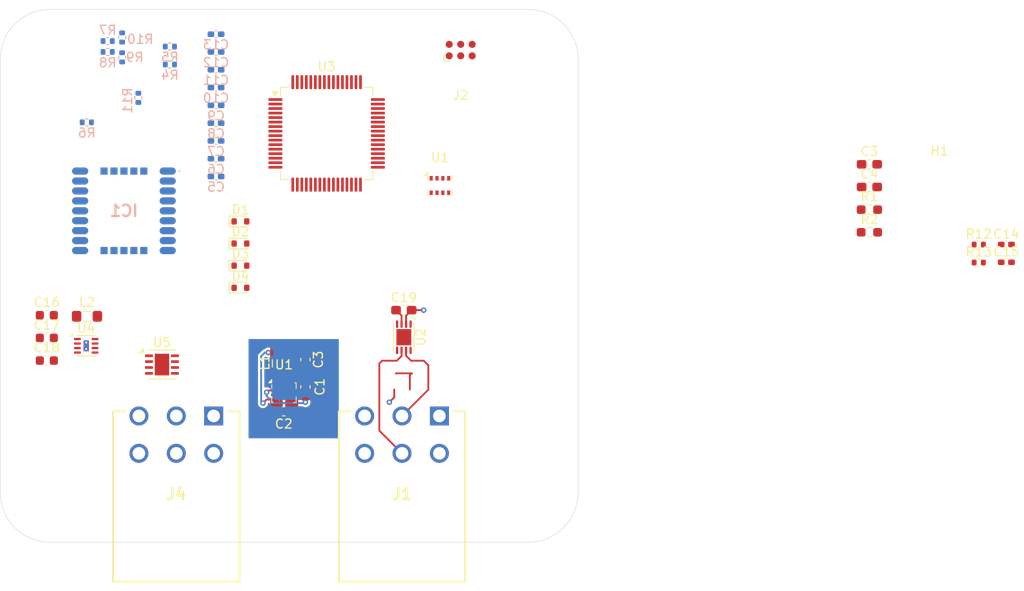
<source format=kicad_pcb>
(kicad_pcb (version 20241229) (generator "pcbnew") (generator_version "9.0")
  (layers (0 "F.Cu" signal) (2 "B.Cu" signal) (13 "F.Paste" user) (15 "B.Paste" user) (5 "F.SilkS" user "F.Silkscreen") (7 "B.SilkS" user "B.Silkscreen") (1 "F.Mask" user) (3 "B.Mask" user) (25 "Edge.Cuts" user))
  (net 0 "")
  (net 1 "+3V3")
  (net 2 "GND")
  (net 3 "Net-(BT1-+)")
  (net 4 "/Project_Architecture/CAN_FD/CAN_USER2")
  (net 5 "/Project_Architecture/CAN_FD/CAN_USER1")
  (net 8 "Net-(IC1-I2C_SCL)")
  (net 9 "/Project_Architecture/GPS/1PPS")
  (net 10 "Net-(IC1-RESERVED_5)")
  (net 12 "Net-(C13--)")
  (net 14 "Net-(IC1-I2C_SDA)")
  (net 16 "/Project_Architecture/GPS/MOSI_GNSS")
  (net 17 "/Project_Architecture/GPS/GEOFENCE")
  (net 18 "/Project_Architecture/GPS/UART_TX_GNSS")
  (net 19 "/Project_Architecture/GPS/MISO_GNSS")
  (net 20 "/Project_Architecture/GPS/JAM_IND")
  (net 22 "/Project_Architecture/GPS/3D_FIX")
  (net 23 "/Project_Architecture/GPS/CLK_GNSS")
  (net 24 "Net-(IC1-RESET_N)")
  (net 25 "/Project_Architecture/GPS/nCSS_GNSS")
  (net 26 "Net-(IC1-VDD_RF)")
  (net 27 "/Project_Architecture/GPS/UART_RX_GNSS")
  (net 28 "Net-(C4--)")
  (net 29 "/Project_Architecture/CAN_FD/VIN")
  (net 30 "/Project_Architecture/MCU/RS485_USER2")
  (net 31 "Net-(F1-Pad2)")
  (net 32 "Net-(C9-+)")
  (net 33 "Net-(F2-Pad2)")
  (net 34 "/Project_Architecture/MCU/RS485_USER1")
  (net 35 "/Project_Architecture/CAN_FD/CAN_RX")
  (net 36 "/Project_Architecture/CAN_FD/CAN_TX")
  (net 38 "/Project_Architecture/CAN_FD/CAN_SHUTDOWN")
  (net 103 "Net-(R15-+)")
  (net 104 "/Project_Architecture/MCU/TXD_RS485")
  (net 105 "/Project_Architecture/MCU/RXD_RS485")
  (net 106 "Net-(C12--)")
  (net 107 "Net-(C15--)")
  (net 108 "Net-(R1--)")
  (net 109 "/Project_Architecture/DEBUG/SWO")
  (net 110 "/Project_Architecture/DEBUG/SWDIO")
  (net 111 "/Project_Architecture/DEBUG/SWCLK")
  (net 112 "Net-(J2-SWO)")
  (net 113 "Net-(J2-SWDIO)")
  (net 114 "/Project_Architecture/DEBUG/nRESET")
  (net 115 "Net-(J2-SWCLK)")
  (net 116 "/Project_Architecture/Barometer/MOSI_BMP280")
  (net 117 "/Project_Architecture/Barometer/MISO_BMP280")
  (net 118 "/Project_Architecture/Barometer/CLK_BMP280")
  (net 119 "/Project_Architecture/Barometer/nCSS_BMP280")
  (net 120 "Net-(C10--)")
  (net 121 "Net-(L1--)")
  (net 122 "/Project_Architecture/GPS/nRESET_GNSS")
  (net 123 "/Project_Architecture/GPS/I2C_SDA_GNSS")
  (net 124 "/Project_Architecture/GPS/I2C_SCL_GNSS")
  (net 125 "Net-(R2-+)")
  (net 127 "Net-(U4-SW)")
  (net 129 "Net-(R17-+)")
  (net 130 "Net-(R16-+)")
  (net 131 "/Project_Architecture/Power/CFF")
  (net 132 "/VIN")
  (net 133 "/CFF")
  (net 134 "/SW")
  (net 135 "/3V3")
  (footprint "Connector:Tag-Connect_TC2030-IDC-FP_2x03_P1.27mm_Vertical" (layer "F.Cu") (at 177.5 91)
    (property "Reference" "J2" (at 0 5 0) (layer "F.SilkS"))
    (property "Value" "Conn_ARM_SWD_TagConnect_TC2030")
    (pad "" np_thru_hole circle (at -2.54 -2.54) (size 2.3749 2.3749) (drill 2.3749) (layers "*.Cu" "*.Mask"))
    (pad "" np_thru_hole circle (at -2.54 0) (size 0.9906 0.9906) (drill 0.9906) (layers "*.Cu" "*.Mask"))
    (pad "" np_thru_hole circle (at -2.54 2.54) (size 2.3749 2.3749) (drill 2.3749) (layers "*.Cu" "*.Mask"))
    (pad "" np_thru_hole circle (at 0.635 -2.54) (size 2.3749 2.3749) (drill 2.3749) (layers "*.Cu" "*.Mask"))
    (pad "" np_thru_hole circle (at 0.635 2.54) (size 2.3749 2.3749) (drill 2.3749) (layers "*.Cu" "*.Mask"))
    (pad "" np_thru_hole circle (at 2.54 -1.016) (size 0.9906 0.9906) (drill 0.9906) (layers "*.Cu" "*.Mask"))
    (pad "" np_thru_hole circle (at 2.54 1.016) (size 0.9906 0.9906) (drill 0.9906) (layers "*.Cu" "*.Mask"))
    (pad "1" connect circle (at -1.27 0.635) (size 0.7874 0.7874) (layers "F.Cu" "F.Mask") (net 1 "+3V3"))
    (pad "2" connect circle (at -1.27 -0.635) (size 0.7874 0.7874) (layers "F.Cu" "F.Mask") (net 113 "Net-(J2-SWDIO)"))
    (pad "3" connect circle (at 0 0.635) (size 0.7874 0.7874) (layers "F.Cu" "F.Mask") (net 114 "/Project_Architecture/DEBUG/nRESET"))
    (pad "4" connect circle (at 0 -0.635) (size 0.7874 0.7874) (layers "F.Cu" "F.Mask") (net 115 "Net-(J2-SWCLK)"))
    (pad "5" connect circle (at 1.27 0.635) (size 0.7874 0.7874) (layers "F.Cu" "F.Mask") (net 2 "GND"))
    (pad "6" connect circle (at 1.27 -0.635) (size 0.7874 0.7874) (layers "F.Cu" "F.Mask") (net 112 "Net-(J2-SWO)"))
    (zone (net 0) (net_name "") (layer "F.Cu") (connect_pads (clearance 0)) (min_thickness 0.254)
      (keepout (tracks allowed) (vias not_allowed) (pads allowed) (copperpour not_allowed) (footprints not_allowed))
      (fill (thermal_gap 0.508) (thermal_bridge_width 0.508))
      (polygon (pts (xy 178.77 90.365) (xy 176.23 90.365) (xy 176.23 91.635) (xy 178.77 91.635)))
    )
  )
  (footprint "Capacitor_SMD:C_0402_1005Metric_Pad0.74x0.62mm_HandSolder" (layer "F.Cu") (at 237.9325 114.5)
    (property "Reference" "C15" (at 0 -1.16 0) (layer "F.SilkS"))
    (property "Value" "C")
    (pad "1" smd roundrect (at -0.5675 0) (size 0.735 0.62) (layers "F.Cu" "F.Mask" "F.Paste") (net 2 "GND"))
    (pad "2" smd roundrect (at 0.5675 0) (size 0.735 0.62) (layers "F.Cu" "F.Mask" "F.Paste") (net 107 "Net-(C15--)"))
  )
  (footprint "Resistor_SMD:R_0603_1608Metric_Pad0.98x0.95mm_HandSolder" (layer "F.Cu") (at 222.7625 111.18)
    (property "Reference" "R2" (at 0 -1.43 0) (layer "F.SilkS"))
    (property "Value" "60R")
    (pad "1" smd roundrect (at -0.9125 0) (size 0.975 0.95) (layers "F.Cu" "F.Mask" "F.Paste") (net 125 "Net-(R2-+)"))
    (pad "2" smd roundrect (at 0.9125 0) (size 0.975 0.95) (layers "F.Cu" "F.Mask" "F.Paste") (net 28 "Net-(C4--)"))
  )
  (footprint "Capacitor_SMD:C_0402_1005Metric_Pad0.74x0.62mm_HandSolder" (layer "F.Cu") (at 237.9325 112.53)
    (property "Reference" "C14" (at 0 -1.16 0) (layer "F.SilkS"))
    (property "Value" "33pF")
    (pad "1" smd roundrect (at -0.5675 0) (size 0.735 0.62) (layers "F.Cu" "F.Mask" "F.Paste") (net 3 "Net-(BT1-+)"))
    (pad "2" smd roundrect (at 0.5675 0) (size 0.735 0.62) (layers "F.Cu" "F.Mask" "F.Paste") (net 2 "GND"))
  )
  (footprint "MountingHole:MountingHole_3.2mm_M3_DIN965" (layer "F.Cu") (at 230.5125 105.97)
    (property "Reference" "H1" (at 0 -3.8 0) (layer "F.SilkS"))
    (property "Value" "MountingHole")
    (pad "" np_thru_hole circle (at 0 0) (size 3.2 3.2) (drill 3.2) (layers "*.Cu" "*.Mask"))
  )
  (footprint "Capacitor_SMD:C_0603_1608Metric" (layer "F.Cu") (at 131.66 120.365)
    (property "Reference" "C16" (at 0 -1.43 0) (layer "F.SilkS"))
    (property "Value" "4.7uF")
    (pad "1" smd roundrect (at -0.775 0) (size 0.9 0.95) (layers "F.Cu" "F.Mask" "F.Paste") (net 29 "/Project_Architecture/CAN_FD/VIN"))
    (pad "2" smd roundrect (at 0.775 0) (size 0.9 0.95) (layers "F.Cu" "F.Mask" "F.Paste") (net 2 "GND"))
  )
  (footprint "Package_LGA:Bosch_LGA-8_2x2.5mm_P0.65mm_ClockwisePinNumbering" (layer "F.Cu") (at 157.925 128.95)
    (property "Reference" "U1" (at 0 -3.1 0) (layer "F.SilkS"))
    (property "Value" "BMP280")
    (pad "1" smd rect (at -0.975 -0.8 90) (size 0.5 0.35) (layers "F.Cu" "F.Mask" "F.Paste") (net 2 "GND"))
    (pad "2" smd rect (at -0.325 -0.8 90) (size 0.5 0.35) (layers "F.Cu" "F.Mask" "F.Paste") (net 119 "/Project_Architecture/Barometer/nCSS_BMP280"))
    (pad "3" smd rect (at 0.325 -0.8 90) (size 0.5 0.35) (layers "F.Cu" "F.Mask" "F.Paste") (net 117 "/Project_Architecture/Barometer/MISO_BMP280"))
    (pad "4" smd rect (at 0.975 -0.8 90) (size 0.5 0.35) (layers "F.Cu" "F.Mask" "F.Paste") (net 118 "/Project_Architecture/Barometer/CLK_BMP280"))
    (pad "5" smd rect (at 0.975 0.8 90) (size 0.5 0.35) (layers "F.Cu" "F.Mask" "F.Paste") (net 116 "/Project_Architecture/Barometer/MOSI_BMP280"))
    (pad "6" smd rect (at 0.325 0.8 90) (size 0.5 0.35) (layers "F.Cu" "F.Mask" "F.Paste") (net 1 "+3V3"))
    (pad "7" smd rect (at -0.325 0.8 90) (size 0.5 0.35) (layers "F.Cu" "F.Mask" "F.Paste") (net 2 "GND"))
    (pad "8" smd rect (at -0.975 0.8 90) (size 0.5 0.35) (layers "F.Cu" "F.Mask" "F.Paste") (net 1 "+3V3"))
  )
  (footprint "Resistor_SMD:R_0402_1005Metric" (layer "F.Cu") (at 234.8725 112.54)
    (property "Reference" "R12" (at 0 -1.17 0) (layer "F.SilkS"))
    (property "Value" "2.2K")
    (pad "1" smd roundrect (at -0.51 0) (size 0.54 0.64) (layers "F.Cu" "F.Mask" "F.Paste") (net 1 "+3V3"))
    (pad "2" smd roundrect (at 0.51 0) (size 0.54 0.64) (layers "F.Cu" "F.Mask" "F.Paste") (net 123 "/Project_Architecture/GPS/I2C_SDA_GNSS"))
  )
  (footprint "Diode_SMD:D_SOD-523" (layer "F.Cu") (at 153.105 112.425)
    (property "Reference" "D2" (at 0 -1.3 0) (layer "F.SilkS"))
    (property "Value" "ESD5Zxx")
    (pad "1" smd roundrect (at -0.7 0 180) (size 0.6 0.7) (layers "F.Cu" "F.Mask" "F.Paste") (net 109 "/Project_Architecture/DEBUG/SWO"))
    (pad "2" smd roundrect (at 0.7 0 180) (size 0.6 0.7) (layers "F.Cu" "F.Mask" "F.Paste") (net 2 "GND"))
  )
  (footprint "Inductor_SMD:L_0805_2012Metric_Pad1.05x1.20mm_HandSolder" (layer "F.Cu") (at 157.2 125.7 90)
    (property "Reference" "L1" (at 0.1 -1.4 90) (layer "F.SilkS"))
    (property "Value" "1uH")
    (pad "1" smd roundrect (at -1.15 0 90) (size 1.05 1.2) (layers "F.Cu" "F.Mask" "F.Paste") (roundrect_rratio 0.238095) (net 134 "/SW"))
    (pad "2" smd roundrect (at 1.15 0 90) (size 1.05 1.2) (layers "F.Cu" "F.Mask" "F.Paste") (roundrect_rratio 0.238095) (net 135 "/3V3"))
  )
  (footprint "Capacitor_SMD:C_0603_1608Metric_Pad1.08x0.95mm_HandSolder" (layer "F.Cu") (at 222.7625 106.16)
    (property "Reference" "C4" (at 0 -1.43 0) (layer "F.SilkS"))
    (property "Value" "4700pF")
    (pad "1" smd roundrect (at -0.8625 0) (size 1.075 0.95) (layers "F.Cu" "F.Mask" "F.Paste") (net 2 "GND"))
    (pad "2" smd roundrect (at 0.8625 0) (size 1.075 0.95) (layers "F.Cu" "F.Mask" "F.Paste") (net 28 "Net-(C4--)"))
  )
  (footprint "Inductor_SMD:L_0805_2012Metric_Pad1.05x1.20mm_HandSolder" (layer "F.Cu") (at 136.11 120.485)
    (property "Reference" "L2" (at 0 -1.55 0) (layer "F.SilkS"))
    (property "Value" "1uH")
    (pad "1" smd roundrect (at -1.15 0) (size 1.05 1.2) (layers "F.Cu" "F.Mask" "F.Paste") (roundrect_rratio 0.238095) (net 127 "Net-(U4-SW)"))
    (pad "2" smd roundrect (at 1.15 0) (size 1.05 1.2) (layers "F.Cu" "F.Mask" "F.Paste") (roundrect_rratio 0.238095) (net 1 "+3V3"))
  )
  (footprint "MountingHole:MountingHole_3.2mm_M3_DIN965" (layer "F.Cu") (at 132 140)
    (property "Reference" "H3")
    (property "Value" "MountingHole")
    (pad "" np_thru_hole circle (at 0 0) (size 3.2 3.2) (drill 3.2) (layers "*.Cu" "*.Mask"))
  )
  (footprint "MountingHole:MountingHole_3.2mm_M3_DIN965" (layer "F.Cu") (at 132 92)
    (property "Reference" "Hd1")
    (property "Value" "MountingHole")
    (pad "" np_thru_hole circle (at 0 0) (size 3.2 3.2) (drill 3.2) (layers "*.Cu" "*.Mask"))
  )
  (footprint "Package_DFN_QFN:Micrel_MLF-8-1EP_2x2mm_P0.5mm_EP0.6x1.2mm_ThermalVias" (layer "F.Cu") (at 136.025 123.75)
    (property "Reference" "U4" (at 0 -1.95 0) (layer "F.SilkS"))
    (property "Value" "MIC23050-SYML")
    (pad "1" smd roundrect (at -0.975 -0.75) (size 0.75 0.25) (layers "F.Cu" "F.Mask" "F.Paste") (net 127 "Net-(U4-SW)"))
    (pad "2" smd roundrect (at -0.975 -0.25) (size 0.75 0.25) (layers "F.Cu" "F.Mask" "F.Paste") (net 29 "/Project_Architecture/CAN_FD/VIN"))
    (pad "3" smd roundrect (at -0.975 0.25) (size 0.75 0.25) (layers "F.Cu" "F.Mask" "F.Paste"))
    (pad "4" smd roundrect (at -0.975 0.75) (size 0.75 0.25) (layers "F.Cu" "F.Mask" "F.Paste") (net 1 "+3V3"))
    (pad "5" smd roundrect (at 0.975 0.75) (size 0.75 0.25) (layers "F.Cu" "F.Mask" "F.Paste") (net 131 "/Project_Architecture/Power/CFF"))
    (pad "6" smd roundrect (at 0.975 0.25) (size 0.75 0.25) (layers "F.Cu" "F.Mask" "F.Paste") (net 2 "GND"))
    (pad "7" smd roundrect (at 0.975 -0.25) (size 0.75 0.25) (layers "F.Cu" "F.Mask" "F.Paste") (net 29 "/Project_Architecture/CAN_FD/VIN"))
    (pad "8" smd roundrect (at 0.975 -0.75) (size 0.75 0.25) (layers "F.Cu" "F.Mask" "F.Paste") (net 2 "GND"))
    (pad "9" thru_hole circle (at 0 -0.35) (size 0.5 0.5) (drill 0.2) (property pad_prop_heatsink) (layers "*.Cu") (net 2 "GND"))
    (pad "9" smd rect (at 0 0) (size 0.5 1.2) (property pad_prop_heatsink) (layers "B.Cu") (net 2 "GND"))
    (pad "9" smd rect (at 0 0) (size 0.6 1.2) (property pad_prop_heatsink) (layers "F.Cu" "F.Mask") (net 2 "GND"))
    (pad "9" thru_hole circle (at 0 0.35) (size 0.5 0.5) (drill 0.2) (property pad_prop_heatsink) (layers "*.Cu") (net 2 "GND"))
  )
  (footprint "Capacitor_SMD:C_0603_1608Metric" (layer "F.Cu") (at 160.3 128.3 90)
    (property "Reference" "C1" (at 0 1.6 90) (layer "F.SilkS"))
    (property "Value" "4.7uF")
    (pad "1" smd roundrect (at -0.775 0 90) (size 0.9 0.95) (layers "F.Cu" "F.Mask" "F.Paste") (net 132 "/VIN"))
    (pad "2" smd roundrect (at 0.775 0 90) (size 0.9 0.95) (layers "F.Cu" "F.Mask" "F.Paste") (net 2 "GND"))
  )
  (footprint "Capacitor_SMD:C_0603_1608Metric" (layer "F.Cu") (at 131.66 122.875)
    (property "Reference" "C17" (at 0 -1.43 0) (layer "F.SilkS"))
    (property "Value" "560nF")
    (pad "1" smd roundrect (at -0.775 0) (size 0.9 0.95) (layers "F.Cu" "F.Mask" "F.Paste") (net 1 "+3V3"))
    (pad "2" smd roundrect (at 0.775 0) (size 0.9 0.95) (layers "F.Cu" "F.Mask" "F.Paste") (net 131 "/Project_Architecture/Power/CFF"))
  )
  (footprint "Diode_SMD:D_SOD-523" (layer "F.Cu") (at 153.105 109.975)
    (property "Reference" "D1" (at 0 -1.3 0) (layer "F.SilkS"))
    (property "Value" "ESD5Zxx")
    (pad "1" smd roundrect (at -0.7 0 180) (size 0.6 0.7) (layers "F.Cu" "F.Mask" "F.Paste") (net 1 "+3V3"))
    (pad "2" smd roundrect (at 0.7 0 180) (size 0.6 0.7) (layers "F.Cu" "F.Mask" "F.Paste") (net 2 "GND"))
  )
  (footprint "Capacitor_SMD:C_0603_1608Metric_Pad1.08x0.95mm_HandSolder" (layer "F.Cu") (at 171.2 119.8 180)
    (property "Reference" "C19" (at 0 1.4 0) (layer "F.SilkS"))
    (property "Value" "0.1uF")
    (pad "1" smd roundrect (at -0.8625 0 180) (size 1.075 0.95) (layers "F.Cu" "F.Mask" "F.Paste") (net 2 "GND"))
    (pad "2" smd roundrect (at 0.8625 0 180) (size 1.075 0.95) (layers "F.Cu" "F.Mask" "F.Paste") (net 1 "+3V3"))
  )
  (footprint "Footprints:17709690" (layer "F.Cu") (at 175.14 131.52)
    (property "Reference" "J1" (at -4.14 8.645 0) (layer "F.SilkS") (effects (font (size 1.27 1.27) (thickness 0.254))))
    (property "Value" "1-770969-0" (hide yes))
    (pad "" np_thru_hole circle (at -4.14 11.48) (size 3.86 3.86) (drill 3.86) (layers "*.Cu" "*.Mask"))
    (pad "1" thru_hole rect (at 0 0) (size 2.1 2.1) (drill 1.4) (layers "*.Cu" "*.Mask") (net 29 "/Project_Architecture/CAN_FD/VIN"))
    (pad "2" thru_hole circle (at -4.14 0) (size 2.1 2.1) (drill 1.4) (layers "*.Cu" "*.Mask") (net 108 "Net-(R1--)"))
    (pad "3" thru_hole circle (at -8.28 0) (size 2.1 2.1) (drill 1.4) (layers "*.Cu" "*.Mask") (net 5 "/Project_Architecture/CAN_FD/CAN_USER1"))
    (pad "4" thru_hole circle (at 0 4.14) (size 2.1 2.1) (drill 1.4) (layers "*.Cu" "*.Mask") (net 2 "GND"))
    (pad "5" thru_hole circle (at -4.14 4.14) (size 2.1 2.1) (drill 1.4) (layers "*.Cu" "*.Mask") (net 125 "Net-(R2-+)"))
    (pad "6" thru_hole circle (at -8.28 4.14) (size 2.1 2.1) (drill 1.4) (layers "*.Cu" "*.Mask") (net 4 "/Project_Architecture/CAN_FD/CAN_USER2"))
  )
  (footprint "Package_LGA:Bosch_LGA-8_2x2.5mm_P0.65mm_ClockwisePinNumbering" (layer "F.Cu") (at 175.2 106)
    (property "Reference" "U1" (at 0 -3.1 0) (layer "F.SilkS"))
    (property "Value" "BMP280")
    (pad "1" smd rect (at -0.975 -0.8 90) (size 0.5 0.35) (layers "F.Cu" "F.Mask" "F.Paste") (net 2 "GND"))
    (pad "2" smd rect (at -0.325 -0.8 90) (size 0.5 0.35) (layers "F.Cu" "F.Mask" "F.Paste") (net 119 "/Project_Architecture/Barometer/nCSS_BMP280"))
    (pad "3" smd rect (at 0.325 -0.8 90) (size 0.5 0.35) (layers "F.Cu" "F.Mask" "F.Paste") (net 117 "/Project_Architecture/Barometer/MISO_BMP280"))
    (pad "4" smd rect (at 0.975 -0.8 90) (size 0.5 0.35) (layers "F.Cu" "F.Mask" "F.Paste") (net 118 "/Project_Architecture/Barometer/CLK_BMP280"))
    (pad "5" smd rect (at 0.975 0.8 90) (size 0.5 0.35) (layers "F.Cu" "F.Mask" "F.Paste") (net 116 "/Project_Architecture/Barometer/MOSI_BMP280"))
    (pad "6" smd rect (at 0.325 0.8 90) (size 0.5 0.35) (layers "F.Cu" "F.Mask" "F.Paste") (net 1 "+3V3"))
    (pad "7" smd rect (at -0.325 0.8 90) (size 0.5 0.35) (layers "F.Cu" "F.Mask" "F.Paste") (net 2 "GND"))
    (pad "8" smd rect (at -0.975 0.8 90) (size 0.5 0.35) (layers "F.Cu" "F.Mask" "F.Paste") (net 1 "+3V3"))
  )
  (footprint "Diode_SMD:D_SOD-523" (layer "F.Cu") (at 153.105 117.325)
    (property "Reference" "D4" (at 0 -1.3 0) (layer "F.SilkS"))
    (property "Value" "ESD5Zxx")
    (pad "1" smd roundrect (at -0.7 0 180) (size 0.6 0.7) (layers "F.Cu" "F.Mask" "F.Paste") (net 111 "/Project_Architecture/DEBUG/SWCLK"))
    (pad "2" smd roundrect (at 0.7 0 180) (size 0.6 0.7) (layers "F.Cu" "F.Mask" "F.Paste") (net 2 "GND"))
  )
  (footprint "Package_SON:VSON-8-1EP_3x3mm_P0.65mm_EP1.6x2.4mm" (layer "F.Cu") (at 144.4125 125.8275)
    (property "Reference" "U5" (at 0 -2.45 0) (layer "F.SilkS"))
    (property "Value" "THVD1450DR")
    (pad "1" smd roundrect (at -1.4375 -0.975) (size 0.875 0.3) (layers "F.Cu" "F.Mask" "F.Paste") (net 105 "/Project_Architecture/MCU/RXD_RS485"))
    (pad "2" smd roundrect (at -1.4375 -0.325) (size 0.875 0.3) (layers "F.Cu" "F.Mask" "F.Paste") (net 103 "Net-(R15-+)"))
    (pad "3" smd roundrect (at -1.4375 0.325) (size 0.875 0.3) (layers "F.Cu" "F.Mask" "F.Paste") (net 103 "Net-(R15-+)"))
    (pad "4" smd roundrect (at -1.4375 0.975) (size 0.875 0.3) (layers "F.Cu" "F.Mask" "F.Paste") (net 104 "/Project_Architecture/MCU/TXD_RS485"))
    (pad "5" smd roundrect (at 1.4375 0.975) (size 0.875 0.3) (layers "F.Cu" "F.Mask" "F.Paste"))
    (pad "6" smd roundrect (at 1.4375 0.325) (size 0.875 0.3) (layers "F.Cu" "F.Mask" "F.Paste") (net 130 "Net-(R16-+)"))
    (pad "7" smd roundrect (at 1.4375 -0.325) (size 0.875 0.3) (layers "F.Cu" "F.Mask" "F.Paste") (net 129 "Net-(R17-+)"))
    (pad "8" smd roundrect (at 1.4375 -0.975) (size 0.875 0.3) (layers "F.Cu" "F.Mask" "F.Paste") (net 1 "+3V3"))
    (pad "9" smd rect (at 0 0) (size 1.6 2.4) (property pad_prop_heatsink) (layers "F.Cu" "F.Mask"))
  )
  (footprint "Capacitor_SMD:C_0603_1608Metric" (layer "F.Cu") (at 157.9 131)
    (property "Reference" "C2" (at 0 1.4 0) (layer "F.SilkS"))
    (property "Value" "560nF")
    (pad "1" smd roundrect (at -0.775 0) (size 0.9 0.95) (layers "F.Cu" "F.Mask" "F.Paste") (net 135 "/3V3"))
    (pad "2" smd roundrect (at 0.775 0) (size 0.9 0.95) (layers "F.Cu" "F.Mask" "F.Paste") (net 133 "/CFF"))
  )
  (footprint "Resistor_SMD:R_0402_1005Metric" (layer "F.Cu") (at 234.8725 114.53)
    (property "Reference" "R13" (at 0 -1.17 0) (layer "F.SilkS"))
    (property "Value" "10K")
    (pad "1" smd roundrect (at -0.51 0) (size 0.54 0.64) (layers "F.Cu" "F.Mask" "F.Paste") (net 1 "+3V3"))
    (pad "2" smd roundrect (at 0.51 0) (size 0.54 0.64) (layers "F.Cu" "F.Mask" "F.Paste") (net 10 "Net-(IC1-RESERVED_5)"))
  )
  (footprint "Resistor_SMD:R_0603_1608Metric_Pad0.98x0.95mm_HandSolder" (layer "F.Cu") (at 222.7625 108.67)
    (property "Reference" "R1" (at 0 -1.43 0) (layer "F.SilkS"))
    (property "Value" "60R")
    (pad "1" smd roundrect (at -0.9125 0) (size 0.975 0.95) (layers "F.Cu" "F.Mask" "F.Paste") (net 28 "Net-(C4--)"))
    (pad "2" smd roundrect (at 0.9125 0) (size 0.975 0.95) (layers "F.Cu" "F.Mask" "F.Paste") (net 108 "Net-(R1--)"))
  )
  (footprint "MountingHole:MountingHole_3.2mm_M3_DIN965" (layer "F.Cu") (at 185 92)
    (property "Reference" "H2")
    (property "Value" "MountingHole")
    (pad "" np_thru_hole circle (at 0 0) (size 3.2 3.2) (drill 3.2) (layers "*.Cu" "*.Mask"))
  )
  (footprint "Capacitor_SMD:C_0603_1608Metric_Pad1.08x0.95mm_HandSolder" (layer "F.Cu") (at 222.7625 103.65)
    (property "Reference" "C3" (at 0 -1.43 0) (layer "F.SilkS"))
    (property "Value" "0.1uF")
    (pad "1" smd roundrect (at -0.8625 0) (size 1.075 0.95) (layers "F.Cu" "F.Mask" "F.Paste") (net 2 "GND"))
    (pad "2" smd roundrect (at 0.8625 0) (size 1.075 0.95) (layers "F.Cu" "F.Mask" "F.Paste") (net 1 "+3V3"))
  )
  (footprint "Footprints:17709690" (layer "F.Cu") (at 150.14 131.52)
    (property "Reference" "J4" (at -4.14 8.645 0) (layer "F.SilkS") (effects (font (size 1.27 1.27) (thickness 0.254))))
    (property "Value" "1-770969-0" (hide yes))
    (pad "" np_thru_hole circle (at -4.14 11.48) (size 3.86 3.86) (drill 3.86) (layers "*.Cu" "*.Mask"))
    (pad "1" thru_hole rect (at 0 0) (size 2.1 2.1) (drill 1.4) (layers "*.Cu" "*.Mask") (net 29 "/Project_Architecture/CAN_FD/VIN"))
    (pad "2" thru_hole circle (at -4.14 0) (size 2.1 2.1) (drill 1.4) (layers "*.Cu" "*.Mask") (net 31 "Net-(F1-Pad2)"))
    (pad "3" thru_hole circle (at -8.28 0) (size 2.1 2.1) (drill 1.4) (layers "*.Cu" "*.Mask") (net 30 "/Project_Architecture/MCU/RS485_USER2"))
    (pad "4" thru_hole circle (at 0 4.14) (size 2.1 2.1) (drill 1.4) (layers "*.Cu" "*.Mask") (net 2 "GND"))
    (pad "5" thru_hole circle (at -4.14 4.14) (size 2.1 2.1) (drill 1.4) (layers "*.Cu" "*.Mask") (net 33 "Net-(F2-Pad2)"))
    (pad "6" thru_hole circle (at -8.28 4.14) (size 2.1 2.1) (drill 1.4) (layers "*.Cu" "*.Mask") (net 34 "/Project_Architecture/MCU/RS485_USER1"))
  )
  (footprint "Capacitor_SMD:C_0603_1608Metric" (layer "F.Cu") (at 131.66 125.385)
    (property "Reference" "C18" (at 0 -1.43 0) (layer "F.SilkS"))
    (property "Value" "4.7uF")
    (pad "1" smd roundrect (at -0.775 0) (size 0.9 0.95) (layers "F.Cu" "F.Mask" "F.Paste") (net 1 "+3V3"))
    (pad "2" smd roundrect (at 0.775 0) (size 0.9 0.95) (layers "F.Cu" "F.Mask" "F.Paste") (net 2 "GND"))
  )
  (footprint "Capacitor_SMD:C_0603_1608Metric_Pad1.08x0.95mm_HandSolder" (layer "F.Cu") (at 160.3 125.275 -90)
    (property "Reference" "C3" (at 0 -1.43 270) (layer "F.SilkS"))
    (property "Value" "0.1uF")
    (pad "1" smd roundrect (at -0.8625 0 270) (size 1.075 0.95) (layers "F.Cu" "F.Mask" "F.Paste") (net 2 "GND"))
    (pad "2" smd roundrect (at 0.8625 0 270) (size 1.075 0.95) (layers "F.Cu" "F.Mask" "F.Paste") (net 1 "+3V3"))
  )
  (footprint "Package_QFP:LQFP-64_10x10mm_P0.5mm" (layer "F.Cu") (at 162.65 100.225)
    (property "Reference" "U3" (at 0 -7.4 0) (layer "F.SilkS"))
    (property "Value" "STM32G0B1RCTx")
    (pad "1" smd roundrect (at -5.675 -3.75) (size 1.55 0.3) (layers "F.Cu" "F.Mask" "F.Paste"))
    (pad "2" smd roundrect (at -5.675 -3.25) (size 1.55 0.3) (layers "F.Cu" "F.Mask" "F.Paste"))
    (pad "3" smd roundrect (at -5.675 -2.75) (size 1.55 0.3) (layers "F.Cu" "F.Mask" "F.Paste"))
    (pad "4" smd roundrect (at -5.675 -2.25) (size 1.55 0.3) (layers "F.Cu" "F.Mask" "F.Paste"))
    (pad "5" smd roundrect (at -5.675 -1.75) (size 1.55 0.3) (layers "F.Cu" "F.Mask" "F.Paste"))
    (pad "6" smd roundrect (at -5.675 -1.25) (size 1.55 0.3) (layers "F.Cu" "F.Mask" "F.Paste"))
    (pad "7" smd roundrect (at -5.675 -0.75) (size 1.55 0.3) (layers "F.Cu" "F.Mask" "F.Paste"))
    (pad "8" smd roundrect (at -5.675 -0.25) (size 1.55 0.3) (layers "F.Cu" "F.Mask" "F.Paste"))
    (pad "9" smd roundrect (at -5.675 0.25) (size 1.55 0.3) (layers "F.Cu" "F.Mask" "F.Paste"))
    (pad "10" smd roundrect (at -5.675 0.75) (size 1.55 0.3) (layers "F.Cu" "F.Mask" "F.Paste"))
    (pad "11" smd roundrect (at -5.675 1.25) (size 1.55 0.3) (layers "F.Cu" "F.Mask" "F.Paste"))
    (pad "12" smd roundrect (at -5.675 1.75) (size 1.55 0.3) (layers "F.Cu" "F.Mask" "F.Paste"))
    (pad "13" smd roundrect (at -5.675 2.25) (size 1.55 0.3) (layers "F.Cu" "F.Mask" "F.Paste"))
    (pad "14" smd roundrect (at -5.675 2.75) (size 1.55 0.3) (layers "F.Cu" "F.Mask" "F.Paste"))
    (pad "15" smd roundrect (at -5.675 3.25) (size 1.55 0.3) (layers "F.Cu" "F.Mask" "F.Paste"))
    (pad "16" smd roundrect (at -5.675 3.75) (size 1.55 0.3) (layers "F.Cu" "F.Mask" "F.Paste"))
    (pad "17" smd roundrect (at -3.75 5.675) (size 0.3 1.55) (layers "F.Cu" "F.Mask" "F.Paste"))
    (pad "18" smd roundrect (at -3.25 5.675) (size 0.3 1.55) (layers "F.Cu" "F.Mask" "F.Paste"))
    (pad "19" smd roundrect (at -2.75 5.675) (size 0.3 1.55) (layers "F.Cu" "F.Mask" "F.Paste"))
    (pad "20" smd roundrect (at -2.25 5.675) (size 0.3 1.55) (layers "F.Cu" "F.Mask" "F.Paste"))
    (pad "21" smd roundrect (at -1.75 5.675) (size 0.3 1.55) (layers "F.Cu" "F.Mask" "F.Paste"))
    (pad "22" smd roundrect (at -1.25 5.675) (size 0.3 1.55) (layers "F.Cu" "F.Mask" "F.Paste"))
    (pad "23" smd roundrect (at -0.75 5.675) (size 0.3 1.55) (layers "F.Cu" "F.Mask" "F.Paste"))
    (pad "24" smd roundrect (at -0.25 5.675) (size 0.3 1.55) (layers "F.Cu" "F.Mask" "F.Paste"))
    (pad "25" smd roundrect (at 0.25 5.675) (size 0.3 1.55) (layers "F.Cu" "F.Mask" "F.Paste"))
    (pad "26" smd roundrect (at 0.75 5.675) (size 0.3 1.55) (layers "F.Cu" "F.Mask" "F.Paste"))
    (pad "27" smd roundrect (at 1.25 5.675) (size 0.3 1.55) (layers "F.Cu" "F.Mask" "F.Paste"))
    (pad "28" smd roundrect (at 1.75 5.675) (size 0.3 1.55) (layers "F.Cu" "F.Mask" "F.Paste"))
    (pad "29" smd roundrect (at 2.25 5.675) (size 0.3 1.55) (layers "F.Cu" "F.Mask" "F.Paste"))
    (pad "30" smd roundrect (at 2.75 5.675) (size 0.3 1.55) (layers "F.Cu" "F.Mask" "F.Paste"))
    (pad "31" smd roundrect (at 3.25 5.675) (size 0.3 1.55) (layers "F.Cu" "F.Mask" "F.Paste"))
    (pad "32" smd roundrect (at 3.75 5.675) (size 0.3 1.55) (layers "F.Cu" "F.Mask" "F.Paste"))
    (pad "33" smd roundrect (at 5.675 3.75) (size 1.55 0.3) (layers "F.Cu" "F.Mask" "F.Paste"))
    (pad "34" smd roundrect (at 5.675 3.25) (size 1.55 0.3) (layers "F.Cu" "F.Mask" "F.Paste"))
    (pad "35" smd roundrect (at 5.675 2.75) (size 1.55 0.3) (layers "F.Cu" "F.Mask" "F.Paste"))
    (pad "36" smd roundrect (at 5.675 2.25) (size 1.55 0.3) (layers "F.Cu" "F.Mask" "F.Paste"))
    (pad "37" smd roundrect (at 5.675 1.75) (size 1.55 0.3) (layers "F.Cu" "F.Mask" "F.Paste"))
    (pad "38" smd roundrect (at 5.675 1.25) (size 1.55 0.3) (layers "F.Cu" "F.Mask" "F.Paste"))
    (pad "39" smd roundrect (at 5.675 0.75) (size 1.55 0.3) (layers "F.Cu" "F.Mask" "F.Paste"))
    (pad "40" smd roundrect (at 5.675 0.25) (size 1.55 0.3) (layers "F.Cu" "F.Mask" "F.Paste"))
    (pad "41" smd roundrect (at 5.675 -0.25) (size 1.55 0.3) (layers "F.Cu" "F.Mask" "F.Paste"))
    (pad "42" smd roundrect (at 5.675 -0.75) (size 1.55 0.3) (layers "F.Cu" "F.Mask" "F.Paste"))
    (pad "43" smd roundrect (at 5.675 -1.25) (size 1.55 0.3) (layers "F.Cu" "F.Mask" "F.Paste"))
    (pad "44" smd roundrect (at 5.675 -1.75) (size 1.55 0.3) (layers "F.Cu" "F.Mask" "F.Paste"))
    (pad "45" smd roundrect (at 5.675 -2.25) (size 1.55 0.3) (layers "F.Cu" "F.Mask" "F.Paste"))
    (pad "46" smd roundrect (at 5.675 -2.75) (size 1.55 0.3) (layers "F.Cu" "F.Mask" "F.Paste"))
    (pad "47" smd roundrect (at 5.675 -3.25) (size 1.55 0.3) (layers "F.Cu" "F.Mask" "F.Paste"))
    (pad "48" smd roundrect (at 5.675 -3.75) (size 1.55 0.3) (layers "F.Cu" "F.Mask" "F.Paste"))
    (pad "49" smd roundrect (at 3.75 -5.675) (size 0.3 1.55) (layers "F.Cu" "F.Mask" "F.Paste"))
    (pad "50" smd roundrect (at 3.25 -5.675) (size 0.3 1.55) (layers "F.Cu" "F.Mask" "F.Paste"))
    (pad "51" smd roundrect (at 2.75 -5.675) (size 0.3 1.55) (layers "F.Cu" "F.Mask" "F.Paste"))
    (pad "52" smd roundrect (at 2.25 -5.675) (size 0.3 1.55) (layers "F.Cu" "F.Mask" "F.Paste"))
    (pad "53" smd roundrect (at 1.75 -5.675) (size 0.3 1.55) (layers "F.Cu" "F.Mask" "F.Paste"))
    (pad "54" smd roundrect (at 1.25 -5.675) (size 0.3 1.55) (layers "F.Cu" "F.Mask" "F.Paste"))
    (pad "55" smd roundrect (at 0.75 -5.675) (size 0.3 1.55) (layers "F.Cu" "F.Mask" "F.Paste"))
    (pad "56" smd roundrect (at 0.25 -5.675) (size 0.3 1.55) (layers "F.Cu" "F.Mask" "F.Paste"))
    (pad "57" smd roundrect (at -0.25 -5.675) (size 0.3 1.55) (layers "F.Cu" "F.Mask" "F.Paste"))
    (pad "58" smd roundrect (at -0.75 -5.675) (size 0.3 1.55) (layers "F.Cu" "F.Mask" "F.Paste"))
    (pad "59" smd roundrect (at -1.25 -5.675) (size 0.3 1.55) (layers "F.Cu" "F.Mask" "F.Paste"))
    (pad "60" smd roundrect (at -1.75 -5.675) (size 0.3 1.55) (layers "F.Cu" "F.Mask" "F.Paste"))
    (pad "61" smd roundrect (at -2.25 -5.675) (size 0.3 1.55) (layers "F.Cu" "F.Mask" "F.Paste"))
    (pad "62" smd roundrect (at -2.75 -5.675) (size 0.3 1.55) (layers "F.Cu" "F.Mask" "F.Paste"))
    (pad "63" smd roundrect (at -3.25 -5.675) (size 0.3 1.55) (layers "F.Cu" "F.Mask" "F.Paste"))
    (pad "64" smd roundrect (at -3.75 -5.675) (size 0.3 1.55) (layers "F.Cu" "F.Mask" "F.Paste"))
  )
  (footprint "Package_DFN_QFN:TDFN-8-1EP_3x2mm_P0.5mm_EP1.80x1.65mm" (layer "F.Cu") (at 171.2 122.8 -90)
    (property "Reference" "U2" (at 0 -1.88 90) (layer "F.SilkS"))
    (property "Value" "MCP2557FD-xMNY")
    (pad "1" smd oval (at -1.45 -0.75 270) (size 0.85 0.25) (layers "F.Cu" "F.Mask" "F.Paste") (net 36 "/Project_Architecture/CAN_FD/CAN_TX"))
    (pad "2" smd oval (at -1.45 -0.25 270) (size 0.85 0.25) (layers "F.Cu" "F.Mask" "F.Paste") (net 2 "GND"))
    (pad "3" smd oval (at -1.45 0.25 270) (size 0.85 0.25) (layers "F.Cu" "F.Mask" "F.Paste") (net 1 "+3V3"))
    (pad "4" smd oval (at -1.45 0.75 270) (size 0.85 0.25) (layers "F.Cu" "F.Mask" "F.Paste") (net 35 "/Project_Architecture/CAN_FD/CAN_RX"))
    (pad "5" smd oval (at 1.45 0.75 270) (size 0.85 0.25) (layers "F.Cu" "F.Mask" "F.Paste"))
    (pad "6" smd oval (at 1.45 0.25 270) (size 0.85 0.25) (layers "F.Cu" "F.Mask" "F.Paste") (net 125 "Net-(R2-+)"))
    (pad "7" smd oval (at 1.45 -0.25 270) (size 0.85 0.25) (layers "F.Cu" "F.Mask" "F.Paste") (net 108 "Net-(R1--)"))
    (pad "8" smd oval (at 1.45 -0.75 270) (size 0.85 0.25) (layers "F.Cu" "F.Mask" "F.Paste") (net 38 "/Project_Architecture/CAN_FD/CAN_SHUTDOWN"))
    (pad "9" smd rect (at 0 0 270) (size 1.8 1.65) (layers "F.Cu" "F.Mask") (net 2 "GND"))
  )
  (footprint "Diode_SMD:D_SOD-523" (layer "F.Cu") (at 153.105 114.875)
    (property "Reference" "D3" (at 0 -1.3 0) (layer "F.SilkS"))
    (property "Value" "ESD5Zxx")
    (pad "1" smd roundrect (at -0.7 0 180) (size 0.6 0.7) (layers "F.Cu" "F.Mask" "F.Paste") (net 110 "/Project_Architecture/DEBUG/SWDIO"))
    (pad "2" smd roundrect (at 0.7 0 180) (size 0.6 0.7) (layers "F.Cu" "F.Mask" "F.Paste") (net 2 "GND"))
  )
  (footprint "Capacitor_SMD:C_0402_1005Metric_Pad0.74x0.62mm_HandSolder" (layer "B.Cu") (at 150.4 95.15)
    (property "Reference" "C10" (at 0 1.16 180) (layer "B.SilkS") (effects (justify mirror)))
    (property "Value" "10uF")
    (pad "1" smd roundrect (at -0.5675 0) (size 0.735 0.62) (layers "B.Cu" "B.Mask" "B.Paste") (net 3 "Net-(BT1-+)"))
    (pad "2" smd roundrect (at 0.5675 0) (size 0.735 0.62) (layers "B.Cu" "B.Mask" "B.Paste") (net 2 "GND"))
  )
  (footprint "Resistor_SMD:R_0402_1005Metric" (layer "B.Cu") (at 145.29 92.6)
    (property "Reference" "R4" (at 0 1.17 180) (layer "B.SilkS") (effects (justify mirror)))
    (property "Value" "R")
    (pad "1" smd roundrect (at -0.51 0) (size 0.54 0.64) (layers "B.Cu" "B.Mask" "B.Paste") (net 120 "Net-(C10--)"))
    (pad "2" smd roundrect (at 0.51 0) (size 0.54 0.64) (layers "B.Cu" "B.Mask" "B.Paste") (net 12 "Net-(C13--)"))
  )
  (footprint "Resistor_SMD:R_0402_1005Metric" (layer "B.Cu") (at 140 91.8 90)
    (property "Reference" "R9" (at 0 1.4 0) (layer "B.SilkS") (effects (justify mirror)))
    (property "Value" "0R")
    (pad "1" smd roundrect (at -0.51 0 90) (size 0.54 0.64) (layers "B.Cu" "B.Mask" "B.Paste") (net 14 "Net-(IC1-I2C_SDA)"))
    (pad "2" smd roundrect (at 0.51 0 90) (size 0.54 0.64) (layers "B.Cu" "B.Mask" "B.Paste") (net 123 "/Project_Architecture/GPS/I2C_SDA_GNSS"))
  )
  (footprint "Capacitor_SMD:C_0402_1005Metric_Pad0.74x0.62mm_HandSolder" (layer "B.Cu") (at 150.4 97.12)
    (property "Reference" "C9" (at 0 1.16 180) (layer "B.SilkS") (effects (justify mirror)))
    (property "Value" "C")
    (pad "1" smd roundrect (at -0.5675 0) (size 0.735 0.62) (layers "B.Cu" "B.Mask" "B.Paste") (net 32 "Net-(C9-+)"))
    (pad "2" smd roundrect (at 0.5675 0) (size 0.735 0.62) (layers "B.Cu" "B.Mask" "B.Paste") (net 106 "Net-(C12--)"))
  )
  (footprint "Resistor_SMD:R_0402_1005Metric" (layer "B.Cu") (at 141.8 96.29 -90)
    (property "Reference" "R11" (at 0.31 1.2 90) (layer "B.SilkS") (effects (justify mirror)))
    (property "Value" "2.2K")
    (pad "1" smd roundrect (at -0.51 0 270) (size 0.54 0.64) (layers "B.Cu" "B.Mask" "B.Paste") (net 1 "+3V3"))
    (pad "2" smd roundrect (at 0.51 0 270) (size 0.54 0.64) (layers "B.Cu" "B.Mask" "B.Paste") (net 124 "/Project_Architecture/GPS/I2C_SCL_GNSS"))
  )
  (footprint "Capacitor_SMD:C_0402_1005Metric_Pad0.74x0.62mm_HandSolder" (layer "B.Cu") (at 150.4 99.09)
    (property "Reference" "C8" (at 0 1.16 180) (layer "B.SilkS") (effects (justify mirror)))
    (property "Value" "100nF")
    (pad "1" smd roundrect (at -0.5675 0) (size 0.735 0.62) (layers "B.Cu" "B.Mask" "B.Paste") (net 1 "+3V3"))
    (pad "2" smd roundrect (at 0.5675 0) (size 0.735 0.62) (layers "B.Cu" "B.Mask" "B.Paste") (net 2 "GND"))
  )
  (footprint "Capacitor_SMD:C_0402_1005Metric_Pad0.74x0.62mm_HandSolder" (layer "B.Cu") (at 150.4 91.21)
    (property "Reference" "C12" (at 0 1.16 180) (layer "B.SilkS") (effects (justify mirror)))
    (property "Value" "C")
    (pad "1" smd roundrect (at -0.5675 0) (size 0.735 0.62) (layers "B.Cu" "B.Mask" "B.Paste") (net 2 "GND"))
    (pad "2" smd roundrect (at 0.5675 0) (size 0.735 0.62) (layers "B.Cu" "B.Mask" "B.Paste") (net 106 "Net-(C12--)"))
  )
  (footprint "Resistor_SMD:R_0402_1005Metric" (layer "B.Cu") (at 138.4 90)
    (property "Reference" "R7" (at 0 -1.2 180) (layer "B.SilkS") (effects (justify mirror)))
    (property "Value" "R")
    (pad "1" smd roundrect (at -0.51 0) (size 0.54 0.64) (layers "B.Cu" "B.Mask" "B.Paste") (net 121 "Net-(L1--)"))
    (pad "2" smd roundrect (at 0.51 0) (size 0.54 0.64) (layers "B.Cu" "B.Mask" "B.Paste") (net 26 "Net-(IC1-VDD_RF)"))
  )
  (footprint "Capacitor_SMD:C_0402_1005Metric_Pad0.74x0.62mm_HandSolder" (layer "B.Cu") (at 150.4 89.24)
    (property "Reference" "C13" (at 0 1.16 180) (layer "B.SilkS") (effects (justify mirror)))
    (property "Value" "100nF")
    (pad "1" smd roundrect (at -0.5675 0) (size 0.735 0.62) (layers "B.Cu" "B.Mask" "B.Paste") (net 3 "Net-(BT1-+)"))
    (pad "2" smd roundrect (at 0.5675 0) (size 0.735 0.62) (layers "B.Cu" "B.Mask" "B.Paste") (net 2 "GND"))
  )
  (footprint "Resistor_SMD:R_0402_1005Metric" (layer "B.Cu") (at 138.4 91.2)
    (property "Reference" "R8" (at 0 1.2 180) (layer "B.SilkS") (effects (justify mirror)))
    (property "Value" "0R")
    (pad "1" smd roundrect (at -0.51 0) (size 0.54 0.64) (layers "B.Cu" "B.Mask" "B.Paste") (net 122 "/Project_Architecture/GPS/nRESET_GNSS"))
    (pad "2" smd roundrect (at 0.51 0) (size 0.54 0.64) (layers "B.Cu" "B.Mask" "B.Paste") (net 24 "Net-(IC1-RESET_N)"))
  )
  (footprint "Resistor_SMD:R_0402_1005Metric" (layer "B.Cu") (at 145.29 90.61)
    (property "Reference" "R5" (at 0 1.17 180) (layer "B.SilkS") (effects (justify mirror)))
    (property "Value" "R")
    (pad "1" smd roundrect (at -0.51 0) (size 0.54 0.64) (layers "B.Cu" "B.Mask" "B.Paste") (net 121 "Net-(L1--)"))
    (pad "2" smd roundrect (at 0.51 0) (size 0.54 0.64) (layers "B.Cu" "B.Mask" "B.Paste") (net 26 "Net-(IC1-VDD_RF)"))
  )
  (footprint "Capacitor_SMD:C_0402_1005Metric_Pad0.74x0.62mm_HandSolder" (layer "B.Cu") (at 150.4 103.03)
    (property "Reference" "C6" (at 0 1.16 180) (layer "B.SilkS") (effects (justify mirror)))
    (property "Value" "100nF")
    (pad "1" smd roundrect (at -0.5675 0) (size 0.735 0.62) (layers "B.Cu" "B.Mask" "B.Paste") (net 1 "+3V3"))
    (pad "2" smd roundrect (at 0.5675 0) (size 0.735 0.62) (layers "B.Cu" "B.Mask" "B.Paste") (net 2 "GND"))
  )
  (footprint "Capacitor_SMD:C_0402_1005Metric_Pad0.74x0.62mm_HandSolder" (layer "B.Cu") (at 150.4 93.18)
    (property "Reference" "C11" (at 0 1.16 180) (layer "B.SilkS") (effects (justify mirror)))
    (property "Value" "33pF")
    (pad "1" smd roundrect (at -0.5675 0) (size 0.735 0.62) (layers "B.Cu" "B.Mask" "B.Paste") (net 1 "+3V3"))
    (pad "2" smd roundrect (at 0.5675 0) (size 0.735 0.62) (layers "B.Cu" "B.Mask" "B.Paste") (net 2 "GND"))
  )
  (footprint "Capacitor_SMD:C_0402_1005Metric_Pad0.74x0.62mm_HandSolder" (layer "B.Cu") (at 150.4 101.06)
    (property "Reference" "C7" (at 0 1.16 180) (layer "B.SilkS") (effects (justify mirror)))
    (property "Value" "10uF")
    (pad "1" smd roundrect (at -0.5675 0) (size 0.735 0.62) (layers "B.Cu" "B.Mask" "B.Paste") (net 1 "+3V3"))
    (pad "2" smd roundrect (at 0.5675 0) (size 0.735 0.62) (layers "B.Cu" "B.Mask" "B.Paste") (net 2 "GND"))
  )
  (footprint "Capacitor_SMD:C_0402_1005Metric_Pad0.74x0.62mm_HandSolder" (layer "B.Cu") (at 150.4 105)
    (property "Reference" "C5" (at 0 1.16 180) (layer "B.SilkS") (effects (justify mirror)))
    (property "Value" "10uF")
    (pad "1" smd roundrect (at -0.5675 0) (size 0.735 0.62) (layers "B.Cu" "B.Mask" "B.Paste") (net 1 "+3V3"))
    (pad "2" smd roundrect (at 0.5675 0) (size 0.735 0.62) (layers "B.Cu" "B.Mask" "B.Paste") (net 2 "GND"))
  )
  (footprint "Resistor_SMD:R_0402_1005Metric" (layer "B.Cu") (at 140 89.6 -90)
    (property "Reference" "R10" (at 0.2 -2 0) (layer "B.SilkS") (effects (justify mirror)))
    (property "Value" "0R")
    (pad "1" smd roundrect (at -0.51 0 270) (size 0.54 0.64) (layers "B.Cu" "B.Mask" "B.Paste") (net 8 "Net-(IC1-I2C_SCL)"))
    (pad "2" smd roundrect (at 0.51 0 270) (size 0.54 0.64) (layers "B.Cu" "B.Mask" "B.Paste") (net 124 "/Project_Architecture/GPS/I2C_SCL_GNSS"))
  )
  (footprint "Footprints:LC76GABMD" (layer "B.Cu") (at 140.2 108.8 180)
    (property "Reference" "IC1" (at 0 0 0) (layer "B.SilkS") (effects (font (size 1.27 1.27) (thickness 0.254)) (justify mirror)))
    (property "Value" "LC76GABMD" (hide yes))
    (pad "1" smd oval (at -4.85 4.4 90) (size 0.8 1.8) (layers "B.Cu" "B.Mask" "B.Paste") (net 2 "GND"))
    (pad "2" smd oval (at -4.85 3.3 90) (size 0.8 1.8) (layers "B.Cu" "B.Mask" "B.Paste") (net 18 "/Project_Architecture/GPS/UART_TX_GNSS"))
    (pad "3" smd oval (at -4.85 2.2 90) (size 0.8 1.8) (layers "B.Cu" "B.Mask" "B.Paste") (net 27 "/Project_Architecture/GPS/UART_RX_GNSS"))
    (pad "4" smd oval (at -4.85 1.1 90) (size 0.8 1.8) (layers "B.Cu" "B.Mask" "B.Paste") (net 9 "/Project_Architecture/GPS/1PPS"))
    (pad "5" smd oval (at -4.85 0 90) (size 0.8 1.8) (layers "B.Cu" "B.Mask" "B.Paste"))
    (pad "6" smd oval (at -4.85 -1.1 90) (size 0.8 1.8) (layers "B.Cu" "B.Mask" "B.Paste") (net 3 "Net-(BT1-+)"))
    (pad "7" smd oval (at -4.85 -2.2 90) (size 0.8 1.8) (layers "B.Cu" "B.Mask" "B.Paste"))
    (pad "8" smd oval (at -4.85 -3.3 90) (size 0.8 1.8) (layers "B.Cu" "B.Mask" "B.Paste") (net 1 "+3V3"))
    (pad "9" smd oval (at -4.85 -4.4 90) (size 0.8 1.8) (layers "B.Cu" "B.Mask" "B.Paste") (net 24 "Net-(IC1-RESET_N)"))
    (pad "10" smd oval (at 4.85 -4.4 90) (size 0.8 1.8) (layers "B.Cu" "B.Mask" "B.Paste") (net 2 "GND"))
    (pad "11" smd oval (at 4.85 -3.3 90) (size 0.8 1.8) (layers "B.Cu" "B.Mask" "B.Paste") (net 107 "Net-(C15--)"))
    (pad "12" smd oval (at 4.85 -2.2 90) (size 0.8 1.8) (layers "B.Cu" "B.Mask" "B.Paste") (net 2 "GND"))
    (pad "13" smd oval (at 4.85 -1.1 90) (size 0.8 1.8) (layers "B.Cu" "B.Mask" "B.Paste"))
    (pad "14" smd oval (at 4.85 0 90) (size 0.8 1.8) (layers "B.Cu" "B.Mask" "B.Paste") (net 26 "Net-(IC1-VDD_RF)"))
    (pad "15" smd oval (at 4.85 1.1 90) (size 0.8 1.8) (layers "B.Cu" "B.Mask" "B.Paste"))
    (pad "16" smd oval (at 4.85 2.2 90) (size 0.8 1.8) (layers "B.Cu" "B.Mask" "B.Paste") (net 14 "Net-(IC1-I2C_SDA)"))
    (pad "17" smd oval (at 4.85 3.3 90) (size 0.8 1.8) (layers "B.Cu" "B.Mask" "B.Paste") (net 8 "Net-(IC1-I2C_SCL)"))
    (pad "18" smd oval (at 4.85 4.4 90) (size 0.8 1.8) (layers "B.Cu" "B.Mask" "B.Paste"))
    (pad "19" smd rect (at 2.2 4.4 90) (size 0.8 0.8) (layers "B.Cu" "B.Mask" "B.Paste"))
    (pad "20" smd rect (at 1.1 4.4 90) (size 0.8 0.8) (layers "B.Cu" "B.Mask" "B.Paste") (net 25 "/Project_Architecture/GPS/nCSS_GNSS"))
    (pad "21" smd rect (at 0 4.4 90) (size 0.8 0.8) (layers "B.Cu" "B.Mask" "B.Paste") (net 17 "/Project_Architecture/GPS/GEOFENCE"))
    (pad "22" smd rect (at -1.1 4.4 90) (size 0.8 0.8) (layers "B.Cu" "B.Mask" "B.Paste") (net 20 "/Project_Architecture/GPS/JAM_IND"))
    (pad "23" smd rect (at -2.2 4.4 90) (size 0.8 0.8) (layers "B.Cu" "B.Mask" "B.Paste") (net 22 "/Project_Architecture/GPS/3D_FIX"))
    (pad "24" smd rect (at -2.2 -4.4 90) (size 0.8 0.8) (layers "B.Cu" "B.Mask" "B.Paste") (net 10 "Net-(IC1-RESERVED_5)"))
    (pad "25" smd rect (at -1.1 -4.4 90) (size 0.8 0.8) (layers "B.Cu" "B.Mask" "B.Paste") (net 23 "/Project_Architecture/GPS/CLK_GNSS"))
    (pad "26" smd rect (at 0 -4.4 90) (size 0.8 0.8) (layers "B.Cu" "B.Mask" "B.Paste") (net 19 "/Project_Architecture/GPS/MISO_GNSS"))
    (pad "27" smd rect (at 1.1 -4.4 90) (size 0.8 0.8) (layers "B.Cu" "B.Mask" "B.Paste") (net 16 "/Project_Architecture/GPS/MOSI_GNSS"))
    (pad "28" smd rect (at 2.2 -4.4 90) (size 0.8 0.8) (layers "B.Cu" "B.Mask" "B.Paste") (net 2 "GND"))
  )
  (footprint "Resistor_SMD:R_0402_1005Metric" (layer "B.Cu") (at 136.09 99)
    (property "Reference" "R6" (at 0 1.17 180) (layer "B.SilkS") (effects (justify mirror)))
    (property "Value" "R")
    (pad "1" smd roundrect (at -0.51 0) (size 0.54 0.64) (layers "B.Cu" "B.Mask" "B.Paste") (net 106 "Net-(C12--)"))
    (pad "2" smd roundrect (at 0.51 0) (size 0.54 0.64) (layers "B.Cu" "B.Mask" "B.Paste") (net 107 "Net-(C15--)"))
  )
  (gr_arc (start 190.5 140) (mid 188.889087 143.889087) (end 185 145.5) (stroke (width 0.05)) (layer "Edge.Cuts"))
  (gr_line (start 126.5 140) (end 126.5 92) (stroke (width 0.05)) (layer "Edge.Cuts"))
  (gr_arc (start 132 145.5) (mid 128.110913 143.889087) (end 126.5 140) (stroke (width 0.05)) (layer "Edge.Cuts"))
  (gr_arc (start 126.5 92) (mid 128.110913 88.110913) (end 132 86.5) (stroke (width 0.05)) (layer "Edge.Cuts"))
  (gr_line (start 190.5 92) (end 190.5 140) (stroke (width 0.05)) (layer "Edge.Cuts"))
  (gr_arc (start 185 86.5) (mid 188.889087 88.110913) (end 190.5 92) (stroke (width 0.05)) (layer "Edge.Cuts"))
  (gr_line (start 132 145.5) (end 185 145.5) (stroke (width 0.05)) (layer "Edge.Cuts"))
  (gr_line (start 132 86.5) (end 185 86.5) (stroke (width 0.05)) (layer "Edge.Cuts"))
  (segment (start 171.8625 128.6) (end 171.8625 127.025) (width 0.2) (layer "F.Cu") (net 0))
  (segment (start 172.0875 126.8) (end 170.3125 126.8) (width 0.2) (layer "F.Cu") (net 0))
  (segment (start 171.8625 127.025) (end 172.0875 126.8) (width 0.2) (layer "F.Cu") (net 0))
  (segment (start 170.95 120.4125) (end 170.3375 119.8) (width 0.2) (layer "F.Cu") (net 1))
  (segment (start 170.95 121.35) (end 170.95 120.4125) (width 0.2) (layer "F.Cu") (net 1))
  (segment (start 171.45 120.4125) (end 172.0625 119.8) (width 0.2) (layer "F.Cu") (net 2))
  (segment (start 172.0625 119.8) (end 173.4 119.8) (width 0.2) (layer "F.Cu") (net 2))
  (segment (start 170.1375 129.4625) (end 169.6 130) (width 0.2) (layer "F.Cu") (net 2))
  (segment (start 171.45 121.35) (end 171.45 120.4125) (width 0.2) (layer "F.Cu") (net 2))
  (segment (start 170.1375 128.6) (end 170.1375 129.4625) (width 0.2) (layer "F.Cu") (net 2))
  (via (at 169.6 130) (size 0.6) (drill 0.3) (layers "F.Cu" "B.Cu") (net 2))
  (via (at 173.4 119.8) (size 0.6) (drill 0.3) (layers "F.Cu" "B.Cu") (net 2))
  (segment (start 173.9125 128.6075) (end 173.9125 126.8) (width 0.2) (layer "F.Cu") (net 108))
  (segment (start 171 131.52) (end 173.9125 128.6075) (width 0.2) (layer "F.Cu") (net 108))
  (segment (start 172 125.4) (end 171.45 124.85) (width 0.2) (layer "F.Cu") (net 108))
  (segment (start 173.9125 126.8) (end 173.9125 125.9125) (width 0.2) (layer "F.Cu") (net 108))
  (segment (start 173.9125 125.9125) (end 173.4 125.4) (width 0.2) (layer "F.Cu") (net 108))
  (segment (start 171.45 124.85) (end 171.45 124.25) (width 0.2) (layer "F.Cu") (net 108))
  (segment (start 173.4 125.4) (end 172 125.4) (width 0.2) (layer "F.Cu") (net 108))
  (segment (start 168.4875 133.1475) (end 168.4875 126.8) (width 0.2) (layer "F.Cu") (net 125))
  (segment (start 170.425 125.4) (end 170.95 124.875) (width 0.2) (layer "F.Cu") (net 125))
  (segment (start 170.95 124.875) (end 170.95 124.25) (width 0.2) (layer "F.Cu") (net 125))
  (segment (start 168.4875 126.8) (end 168.4875 125.7125) (width 0.2) (layer "F.Cu") (net 125))
  (segment (start 171 135.66) (end 168.4875 133.1475) (width 0.2) (layer "F.Cu") (net 125))
  (segment (start 168.8 125.4) (end 170.425 125.4) (width 0.2) (layer "F.Cu") (net 125))
  (segment (start 168.4875 125.7125) (end 168.8 125.4) (width 0.2) (layer "F.Cu") (net 125))
  (segment (start 156.2 128.7) (end 156 128.9) (width 0.2) (layer "F.Cu") (net 132))
  (segment (start 156.95 128.7) (end 156.2 128.7) (width 0.2) (layer "F.Cu") (net 132))
  (segment (start 160.3 130) (end 160.3 129.075) (width 0.2) (layer "F.Cu") (net 132))
  (via (at 156 128.9) (size 0.6) (drill 0.3) (layers "F.Cu" "B.Cu") (net 132))
  (via (at 160.3 130) (size 0.6) (drill 0.3) (layers "F.Cu" "B.Cu") (net 132))
  (segment (start 160.2 130.1) (end 160.3 130) (width 0.2) (layer "B.Cu") (net 132))
  (segment (start 156 129.3) (end 156.8 130.1) (width 0.2) (layer "B.Cu") (net 132))
  (segment (start 156 128.9) (end 156 129.3) (width 0.2) (layer "B.Cu") (net 132))
  (segment (start 156.8 130.1) (end 160.2 130.1) (width 0.2) (layer "B.Cu") (net 132))
  (segment (start 156.95 129.7) (end 156 129.7) (width 0.2) (layer "F.Cu") (net 135))
  (segment (start 156.2 124.5) (end 157.15 124.5) (width 0.2) (layer "F.Cu") (net 135))
  (segment (start 156 129.7) (end 155.6 130.1) (width 0.2) (layer "F.Cu") (net 135))
  (segment (start 157.15 124.5) (end 157.2 124.55) (width 0.2) (layer "F.Cu") (net 135))
  (via (at 156.2 124.5) (size 0.6) (drill 0.3) (layers "F.Cu" "B.Cu") (net 135))
  (via (at 155.6 130.1) (size 0.6) (drill 0.3) (layers "F.Cu" "B.Cu") (net 135))
  (segment (start 155.7 124.6) (end 155.8 124.5) (width 0.2) (layer "B.Cu") (net 135))
  (segment (start 155.399 129.899) (end 155.399 124.901) (width 0.2) (layer "B.Cu") (net 135))
  (segment (start 155.399 124.901) (end 155.7 124.6) (width 0.2) (layer "B.Cu") (net 135))
  (segment (start 155.6 130.1) (end 155.399 129.899) (width 0.2) (layer "B.Cu") (net 135))
  (segment (start 155.8 124.5) (end 156.2 124.5) (width 0.2) (layer "B.Cu") (net 135))
  (zone (net 119) (net_name "/Project_Architecture/Barometer/nCSS_BMP280") (layer "F.Cu") (priority 5) (connect_pads yes (clearance 0.25)) (min_thickness 0.15) (fill yes (thermal_gap 0.5) (thermal_bridge_width 0.5))
    (polygon (pts (xy 160.9 128.5) (xy 161 128.6) (xy 161 129.5) (xy 160.7 129.8) (xy 159.9 129.8) (xy 159.6 129.5) (xy 159.6 128.9) (xy 158.4 128.9) (xy 158.4 128.5)))
  )
  (zone (net 116) (net_name "/Project_Architecture/Barometer/MOSI_BMP280") (layer "F.Cu") (priority 2) (connect_pads yes (clearance 0.25)) (min_thickness 0.1) (fill yes (thermal_gap 0.5) (thermal_bridge_width 0.5))
    (polygon (pts (xy 158 131.6) (xy 158 129.9) (xy 158.4 129.9) (xy 158.4 129.5) (xy 159.5 129.5) (xy 159.5 131.6)))
  )
  (zone (net 118) (net_name "/Project_Architecture/Barometer/CLK_BMP280") (layer "F.Cu") (connect_pads yes (clearance 0.5)) (min_thickness 0.25) (fill yes (thermal_gap 0.5) (thermal_bridge_width 0.5))
    (polygon (pts (xy 158 125.1) (xy 158 125.4) (xy 156.4 125.4) (xy 156.4 123.8) (xy 161 123.8) (xy 161 125.1)))
  )
  (zone (net 2) (net_name "GND") (layer "F.Cu") (priority 7) (connect_pads yes (clearance 0.25)) (min_thickness 0.15) (fill yes (thermal_gap 0.5) (thermal_bridge_width 0.5))
    (polygon (pts (xy 156.3 126.1) (xy 158.1 126.1) (xy 158.1 127.2) (xy 157.8 127.6) (xy 157.5 127.6) (xy 157.5 128.4) (xy 156.3 128.4)))
  )
  (zone (net 118) (net_name "/Project_Architecture/Barometer/CLK_BMP280") (layer "F.Cu") (priority 3) (connect_pads yes (clearance 0.15)) (min_thickness 0.15) (fill yes (thermal_gap 0.5) (thermal_bridge_width 0.5))
    (polygon (pts (xy 157.4 129.5) (xy 157.4 129.9) (xy 157.8 129.9) (xy 157.8 131.7) (xy 156.4 131.7) (xy 156.4 129.5)))
  )
  (zone (net 2) (net_name "GND") (layer "F.Cu") (priority 1) (connect_pads yes (clearance 0.25)) (min_thickness 0.15) (fill yes (thermal_gap 0.5) (thermal_bridge_width 0.5))
    (polygon (pts (xy 157.6 129.6) (xy 157.6 127.9) (xy 158.4 127.6) (xy 158.9 127.6) (xy 159 127.5) (xy 159 125.5) (xy 161 125.5) (xy 161 127.8) (xy 160.7 128.1) (xy 159.7 128.1) (xy 159.4 128.4) (xy 158.3 128.4) (xy 158.3 129.6)))
  )
  (zone (net 2) (net_name "GND") (layer "F.Cu") (priority 6) (connect_pads yes (clearance 0.25)) (min_thickness 0.15) (fill yes (thermal_gap 0.5) (thermal_bridge_width 0.5))
    (polygon (pts (xy 159.4 129.4) (xy 159 129.4) (xy 158.1 129.5) (xy 158.1 129) (xy 159.4 129)))
  )
  (zone (net 2) (net_name "GND") (layer "B.Cu") (priority 4) (connect_pads yes (clearance 0.25)) (min_thickness 0.15) (fill yes (thermal_gap 0.5) (thermal_bridge_width 0.5))
    (polygon (pts (xy 154 123) (xy 164 123) (xy 164 134) (xy 154 134)))
  )
)
</source>
